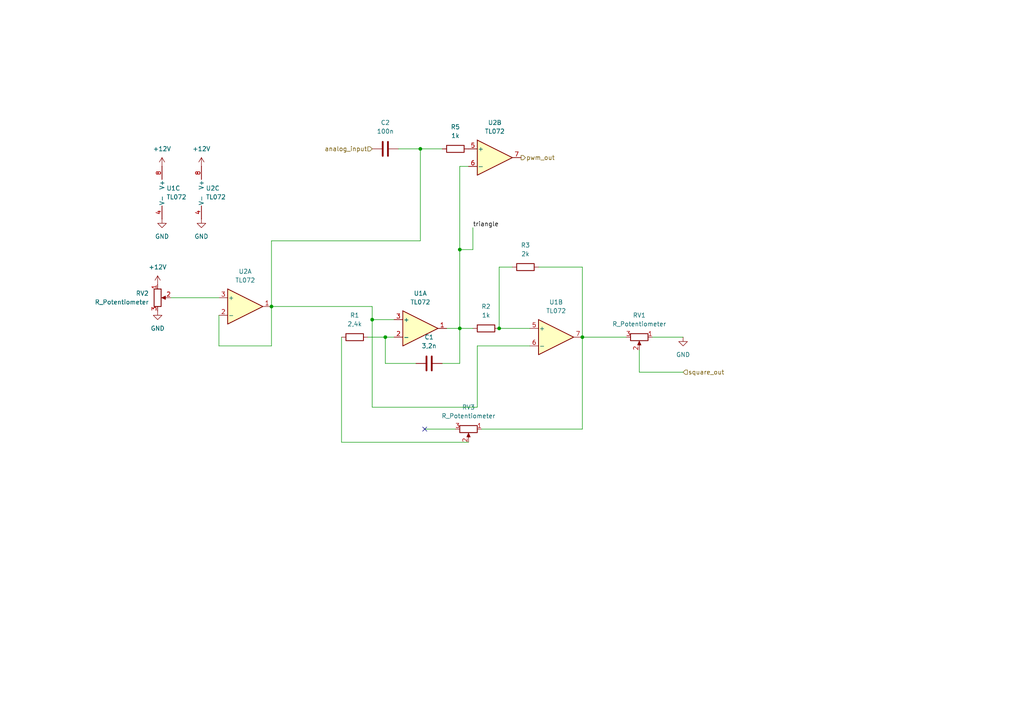
<source format=kicad_sch>
(kicad_sch (version 20250114) (generator "eeschema") (generator_version "9.0")
  (paper "A4")
  (title_block (title "jelgenerátor és analóg modul") (date "2025-08-22"))
  (lib_symbols
    (symbol "Amplifier_Operational:TL072" (pin_names (offset 0.127))
      (property "Reference" "U" (at 0 5.08 0))
      (property "Value" "TL072" (at 0 -5.08 0))
      (symbol "TL072_1_1"
        (polyline (pts (xy -5.08 5.08) (xy 5.08 0) (xy -5.08 -5.08) (xy -5.08 5.08)) (stroke (width 0.254)) (fill (type background)))
        (pin input line (at -7.62 2.54 0) (length 2.54) (name "+") (number "3"))
        (pin input line (at -7.62 -2.54 0) (length 2.54) (name "-") (number "2"))
        (pin output line (at 7.62 0 180) (length 2.54) (name "~") (number "1"))
      )
      (symbol "TL072_2_1"
        (polyline (pts (xy -5.08 5.08) (xy 5.08 0) (xy -5.08 -5.08) (xy -5.08 5.08)) (stroke (width 0.254)) (fill (type background)))
        (pin input line (at -7.62 2.54 0) (length 2.54) (name "+") (number "5"))
        (pin input line (at -7.62 -2.54 0) (length 2.54) (name "-") (number "6"))
        (pin output line (at 7.62 0 180) (length 2.54) (name "~") (number "7"))
      )
      (symbol "TL072_3_1"
        (pin power_in line (at -2.54 7.62 270) (length 3.81) (name "V+") (number "8"))
        (pin power_in line (at -2.54 -7.62 90) (length 3.81) (name "V-") (number "4"))
      )
    )
    (symbol "Device:C" (pin_numbers (hide yes)) (pin_names (offset 0.254))
      (property "Reference" "C" (at 0.635 2.54 0))
      (property "Value" "C" (at 0.635 -2.54 0))
      (symbol "C_0_1"
        (polyline (pts (xy -2.032 0.762) (xy 2.032 0.762)) (stroke (width 0.508)))
        (polyline (pts (xy -2.032 -0.762) (xy 2.032 -0.762)) (stroke (width 0.508)))
      )
      (symbol "C_1_1"
        (pin passive line (at 0 3.81 270) (length 2.794) (name "~") (number "1"))
        (pin passive line (at 0 -3.81 90) (length 2.794) (name "~") (number "2"))
      )
    )
    (symbol "Device:R" (pin_numbers (hide yes)) (pin_names (offset 0))
      (property "Reference" "R" (at 2.032 0 90))
      (property "Value" "R" (at 0 0 90))
      (symbol "R_0_1"
        (rectangle (start -1.016 -2.54) (end 1.016 2.54) (stroke (width 0.254)))
      )
      (symbol "R_1_1"
        (pin passive line (at 0 3.81 270) (length 1.27) (name "~") (number "1"))
        (pin passive line (at 0 -3.81 90) (length 1.27) (name "~") (number "2"))
      )
    )
    (symbol "Device:R_Potentiometer" (pin_names (offset 1.016) (hide yes))
      (property "Reference" "RV" (at -4.445 0 90))
      (property "Value" "R_Potentiometer" (at -2.54 0 90))
      (symbol "R_Potentiometer_0_1"
        (rectangle (start 1.016 2.54) (end -1.016 -2.54) (stroke (width 0.254)))
        (polyline (pts (xy 1.143 0) (xy 2.286 0.508) (xy 2.286 -0.508) (xy 1.143 0)) (fill (type outline)))
        (polyline (pts (xy 2.54 0) (xy 1.524 0)))
      )
      (symbol "R_Potentiometer_1_1"
        (pin passive line (at 0 3.81 270) (length 1.27) (name "1") (number "1"))
        (pin passive line (at 0 -3.81 90) (length 1.27) (name "3") (number "3"))
        (pin passive line (at 3.81 0 180) (length 1.27) (name "2") (number "2"))
      )
    )
    (symbol "power:+12V" (power) (pin_numbers (hide yes)) (pin_names (offset 0) (hide yes))
      (property "Value" "+12V" (at 0 3.556 0))
      (symbol "+12V_0_1"
        (polyline (pts (xy -0.762 1.27) (xy 0 2.54)))
        (polyline (pts (xy 0 2.54) (xy 0.762 1.27)))
        (polyline (pts (xy 0 0) (xy 0 2.54)))
      )
      (symbol "+12V_1_1"
        (pin power_in line (at 0 0 90) (length 0) (name "~") (number "1"))
      )
    )
    (symbol "power:GND" (power) (pin_numbers (hide yes)) (pin_names (offset 0) (hide yes))
      (property "Value" "GND" (at 0 -3.81 0))
      (symbol "GND_0_1"
        (polyline (pts (xy 0 0) (xy 0 -1.27) (xy 1.27 -1.27) (xy 0 -2.54) (xy -1.27 -1.27) (xy 0 -1.27)))
      )
      (symbol "GND_1_1"
        (pin power_in line (at 0 0 270) (length 0) (name "~") (number "1"))
      )
    )
  )
  (junction (at 133.35 72.39))
  (junction (at 168.91 97.79))
  (junction (at 111.76 97.79))
  (junction (at 78.74 88.9))
  (junction (at 144.78 95.25))
  (junction (at 121.92 43.18))
  (junction (at 133.35 95.25))
  (junction (at 107.95 92.71))
  (no_connect (at 123.19 124.46))
  (wire (pts (xy 78.74 88.9) (xy 107.95 88.9)))
  (wire (pts (xy 106.68 97.79) (xy 111.76 97.79)))
  (wire (pts (xy 198.12 107.95) (xy 185.42 107.95)))
  (wire (pts (xy 133.35 48.26) (xy 133.35 72.39)))
  (wire (pts (xy 168.91 77.47) (xy 168.91 97.79)))
  (wire (pts (xy 144.78 95.25) (xy 153.67 95.25)))
  (wire (pts (xy 133.35 72.39) (xy 133.35 95.25)))
  (wire (pts (xy 115.57 43.18) (xy 121.92 43.18)))
  (wire (pts (xy 168.91 97.79) (xy 181.61 97.79)))
  (wire (pts (xy 121.92 43.18) (xy 128.27 43.18)))
  (wire (pts (xy 128.27 105.41) (xy 133.35 105.41)))
  (wire (pts (xy 107.95 92.71) (xy 107.95 118.11)))
  (wire (pts (xy 121.92 69.85) (xy 78.74 69.85)))
  (wire (pts (xy 111.76 105.41) (xy 120.65 105.41)))
  (wire (pts (xy 185.42 107.95) (xy 185.42 101.6)))
  (wire (pts (xy 144.78 77.47) (xy 148.59 77.47)))
  (wire (pts (xy 111.76 97.79) (xy 114.3 97.79)))
  (wire (pts (xy 133.35 95.25) (xy 137.16 95.25)))
  (wire (pts (xy 133.35 105.41) (xy 133.35 95.25)))
  (wire (pts (xy 137.16 66.04) (xy 137.16 72.39)))
  (wire (pts (xy 107.95 92.71) (xy 114.3 92.71)))
  (wire (pts (xy 123.19 124.46) (xy 132.08 124.46)))
  (wire (pts (xy 78.74 100.33) (xy 78.74 88.9)))
  (wire (pts (xy 139.7 124.46) (xy 168.91 124.46)))
  (wire (pts (xy 153.67 100.33) (xy 138.43 100.33)))
  (wire (pts (xy 99.06 97.79) (xy 99.06 128.27)))
  (wire (pts (xy 156.21 77.47) (xy 168.91 77.47)))
  (wire (pts (xy 137.16 72.39) (xy 133.35 72.39)))
  (wire (pts (xy 138.43 100.33) (xy 138.43 118.11)))
  (wire (pts (xy 107.95 88.9) (xy 107.95 92.71)))
  (wire (pts (xy 189.23 97.79) (xy 198.12 97.79)))
  (wire (pts (xy 63.5 91.44) (xy 63.5 100.33)))
  (wire (pts (xy 63.5 100.33) (xy 78.74 100.33)))
  (wire (pts (xy 49.53 86.36) (xy 63.5 86.36)))
  (wire (pts (xy 133.35 48.26) (xy 135.89 48.26)))
  (wire (pts (xy 144.78 95.25) (xy 144.78 77.47)))
  (wire (pts (xy 107.95 118.11) (xy 138.43 118.11)))
  (wire (pts (xy 129.54 95.25) (xy 133.35 95.25)))
  (wire (pts (xy 121.92 43.18) (xy 121.92 69.85)))
  (wire (pts (xy 135.89 128.27) (xy 99.06 128.27)))
  (wire (pts (xy 111.76 97.79) (xy 111.76 105.41)))
  (wire (pts (xy 168.91 124.46) (xy 168.91 97.79)))
  (wire (pts (xy 78.74 69.85) (xy 78.74 88.9)))
  (label "triangle" (at 137.16 66.04 0))
  (hierarchical_label "square_out" (shape input) (at 198.12 107.95 0))
  (hierarchical_label "analog_input" (shape input) (at 107.95 43.18 180))
  (hierarchical_label "pwm_out" (shape output) (at 151.13 45.72 0))
  (symbol (lib_id "Device:R_Potentiometer") (at 135.89 124.46 270) (unit 1)
    (property "Reference" "RV3" (at 135.89 118.11 90))
    (property "Value" "R_Potentiometer" (at 135.89 120.65 90))
    (property "Footprint" "Potentiometer_THT:Potentiometer_Vishay_T93YA_Vertical" (effects (hide yes)))
    (property "Description" "Potentiometer" (effects (hide yes)))
  )
  (symbol (lib_id "Device:C") (at 111.76 43.18 90) (unit 1)
    (property "Reference" "C2" (at 111.76 35.56 90))
    (property "Value" "100n" (at 111.76 38.1 90))
    (property "Footprint" "Capacitor_THT:C_Axial_L3.8mm_D2.6mm_P7.50mm_Horizontal" (effects (hide yes)))
    (property "Description" "Unpolarized capacitor" (effects (hide yes)))
  )
  (symbol (lib_id "power:+12V") (at 46.99 48.26 0) (unit 1)
    (property "Reference" "#PWR04" (effects (hide yes)))
    (property "Value" "+12V" (at 46.99 43.18 0))
    (property "Description" "Power symbol creates a global label with name \"+12V\"" (effects (hide yes)))
  )
  (symbol (lib_id "Amplifier_Operational:TL072") (at 60.96 55.88 0) (unit 3)
    (property "Reference" "U2" (at 59.69 54.6099 0) (effects (justify left)))
    (property "Value" "TL072" (at 59.69 57.1499 0) (effects (justify left)))
    (property "Footprint" "Package_DIP:DIP-8_W7.62mm" (effects (hide yes)))
    (property "Datasheet" "http://www.ti.com/lit/ds/symlink/tl071.pdf" (effects (hide yes)))
    (property "Description" "Dual Low-Noise JFET-Input Operational Amplifiers, DIP-8/SOIC-8" (effects (hide yes)))
  )
  (symbol (lib_id "power:+12V") (at 58.42 48.26 0) (unit 1)
    (property "Reference" "#PWR06" (effects (hide yes)))
    (property "Value" "+12V" (at 58.42 43.18 0))
    (property "Description" "Power symbol creates a global label with name \"+12V\"" (effects (hide yes)))
  )
  (symbol (lib_id "Device:R_Potentiometer") (at 45.72 86.36 0) (unit 1)
    (property "Reference" "RV2" (at 43.18 85.0899 0) (effects (justify right)))
    (property "Value" "R_Potentiometer" (at 43.18 87.6299 0) (effects (justify right)))
    (property "Footprint" "Potentiometer_THT:Potentiometer_Vishay_T93YA_Vertical" (effects (hide yes)))
    (property "Description" "Potentiometer" (effects (hide yes)))
  )
  (symbol (lib_id "Amplifier_Operational:TL072") (at 49.53 55.88 0) (unit 3)
    (property "Reference" "U1" (at 48.26 54.6099 0) (effects (justify left)))
    (property "Value" "TL072" (at 48.26 57.1499 0) (effects (justify left)))
    (property "Footprint" "Package_DIP:DIP-8_W7.62mm" (effects (hide yes)))
    (property "Datasheet" "http://www.ti.com/lit/ds/symlink/tl071.pdf" (effects (hide yes)))
    (property "Description" "Dual Low-Noise JFET-Input Operational Amplifiers, DIP-8/SOIC-8" (effects (hide yes)))
  )
  (symbol (lib_id "Amplifier_Operational:TL072") (at 71.12 88.9 0) (unit 1)
    (property "Reference" "U2" (at 71.12 78.74 0))
    (property "Value" "TL072" (at 71.12 81.28 0))
    (property "Footprint" "Package_DIP:DIP-8_W7.62mm" (effects (hide yes)))
    (property "Datasheet" "http://www.ti.com/lit/ds/symlink/tl071.pdf" (effects (hide yes)))
    (property "Description" "Dual Low-Noise JFET-Input Operational Amplifiers, DIP-8/SOIC-8" (effects (hide yes)))
  )
  (symbol (lib_id "power:+12V") (at 45.72 82.55 0) (unit 1)
    (property "Reference" "#PWR03" (effects (hide yes)))
    (property "Value" "+12V" (at 45.72 77.47 0))
    (property "Description" "Power symbol creates a global label with name \"+12V\"" (effects (hide yes)))
  )
  (symbol (lib_id "Amplifier_Operational:TL072") (at 161.29 97.79 0) (unit 2)
    (property "Reference" "U1" (at 161.29 87.63 0))
    (property "Value" "TL072" (at 161.29 90.17 0))
    (property "Footprint" "Package_DIP:DIP-8_W7.62mm" (effects (hide yes)))
    (property "Datasheet" "http://www.ti.com/lit/ds/symlink/tl071.pdf" (effects (hide yes)))
    (property "Description" "Dual Low-Noise JFET-Input Operational Amplifiers, DIP-8/SOIC-8" (effects (hide yes)))
  )
  (symbol (lib_id "Device:R") (at 132.08 43.18 90) (unit 1)
    (property "Reference" "R5" (at 132.08 36.83 90))
    (property "Value" "1k" (at 132.08 39.37 90))
    (property "Footprint" "Resistor_THT:R_Axial_DIN0204_L3.6mm_D1.6mm_P5.08mm_Horizontal" (effects (hide yes)))
    (property "Description" "Resistor" (effects (hide yes)))
  )
  (symbol (lib_id "Amplifier_Operational:TL072") (at 121.92 95.25 0) (unit 1)
    (property "Reference" "U1" (at 121.92 85.09 0))
    (property "Value" "TL072" (at 121.92 87.63 0))
    (property "Footprint" "Package_DIP:DIP-8_W7.62mm" (effects (hide yes)))
    (property "Datasheet" "http://www.ti.com/lit/ds/symlink/tl071.pdf" (effects (hide yes)))
    (property "Description" "Dual Low-Noise JFET-Input Operational Amplifiers, DIP-8/SOIC-8" (effects (hide yes)))
  )
  (symbol (lib_id "power:GND") (at 58.42 63.5 0) (unit 1)
    (property "Reference" "#PWR07" (effects (hide yes)))
    (property "Value" "GND" (at 58.42 68.58 0))
    (property "Description" "Power symbol creates a global label with name \"GND\" , ground" (effects (hide yes)))
  )
  (symbol (lib_id "Amplifier_Operational:TL072") (at 143.51 45.72 0) (unit 2)
    (property "Reference" "U2" (at 143.51 35.56 0))
    (property "Value" "TL072" (at 143.51 38.1 0))
    (property "Footprint" "Package_DIP:DIP-8_W7.62mm" (effects (hide yes)))
    (property "Datasheet" "http://www.ti.com/lit/ds/symlink/tl071.pdf" (effects (hide yes)))
    (property "Description" "Dual Low-Noise JFET-Input Operational Amplifiers, DIP-8/SOIC-8" (effects (hide yes)))
  )
  (symbol (lib_id "Device:R") (at 140.97 95.25 90) (unit 1)
    (property "Reference" "R2" (at 140.97 88.9 90))
    (property "Value" "1k" (at 140.97 91.44 90))
    (property "Footprint" "Resistor_THT:R_Axial_DIN0204_L3.6mm_D1.6mm_P5.08mm_Horizontal" (effects (hide yes)))
    (property "Description" "Resistor" (effects (hide yes)))
  )
  (symbol (lib_id "Device:R") (at 102.87 97.79 90) (unit 1)
    (property "Reference" "R1" (at 102.87 91.44 90))
    (property "Value" "2,4k" (at 102.87 93.98 90))
    (property "Footprint" "Resistor_THT:R_Axial_DIN0204_L3.6mm_D1.6mm_P5.08mm_Horizontal" (effects (hide yes)))
    (property "Description" "Resistor" (effects (hide yes)))
  )
  (symbol (lib_id "Device:C") (at 124.46 105.41 90) (unit 1)
    (property "Reference" "C1" (at 124.46 97.79 90))
    (property "Value" "3,2n" (at 124.46 100.33 90))
    (property "Footprint" "Capacitor_THT:C_Axial_L3.8mm_D2.6mm_P7.50mm_Horizontal" (effects (hide yes)))
    (property "Description" "Unpolarized capacitor" (effects (hide yes)))
  )
  (symbol (lib_id "power:GND") (at 198.12 97.79 0) (unit 1)
    (property "Reference" "#PWR01" (effects (hide yes)))
    (property "Value" "GND" (at 198.12 102.87 0))
    (property "Description" "Power symbol creates a global label with name \"GND\" , ground" (effects (hide yes)))
  )
  (symbol (lib_id "Device:R") (at 152.4 77.47 90) (unit 1)
    (property "Reference" "R3" (at 152.4 71.12 90))
    (property "Value" "2k" (at 152.4 73.66 90))
    (property "Footprint" "Resistor_THT:R_Axial_DIN0204_L3.6mm_D1.6mm_P5.08mm_Horizontal" (effects (hide yes)))
    (property "Description" "Resistor" (effects (hide yes)))
  )
  (symbol (lib_id "Device:R_Potentiometer") (at 185.42 97.79 270) (unit 1)
    (property "Reference" "RV1" (at 185.42 91.44 90))
    (property "Value" "R_Potentiometer" (at 185.42 93.98 90))
    (property "Footprint" "Potentiometer_THT:Potentiometer_Vishay_T93YA_Vertical" (effects (hide yes)))
    (property "Description" "Potentiometer" (effects (hide yes)))
  )
  (symbol (lib_id "power:GND") (at 46.99 63.5 0) (unit 1)
    (property "Reference" "#PWR05" (effects (hide yes)))
    (property "Value" "GND" (at 46.99 68.58 0))
    (property "Description" "Power symbol creates a global label with name \"GND\" , ground" (effects (hide yes)))
  )
  (symbol (lib_id "power:GND") (at 45.72 90.17 0) (unit 1)
    (property "Reference" "#PWR02" (effects (hide yes)))
    (property "Value" "GND" (at 45.72 95.25 0))
    (property "Description" "Power symbol creates a global label with name \"GND\" , ground" (effects (hide yes)))
  )
)
</source>
